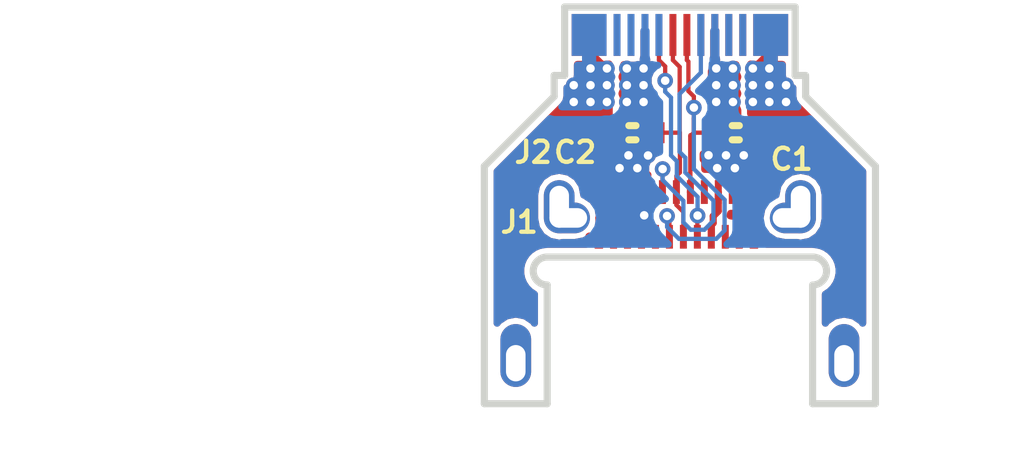
<source format=kicad_pcb>
(kicad_pcb (version 4) (host pcbnew "(2015-06-14 BZR 5747, Git dc9ebf3)-product")

  (general
    (links 24)
    (no_connects 2)
    (area 51.500001 75.8026 92.5 98.2)
    (thickness 1.6)
    (drawings 23)
    (tracks 178)
    (zones 0)
    (modules 4)
    (nets 27)
  )

  (page USLetter)
  (title_block
    (title "USB Power Armor Type-C")
    (date 2015-07-09)
    (rev 2)
    (company "Reclaimer Labs, LLC")
  )

  (layers
    (0 F.Cu signal)
    (31 B.Cu signal)
    (32 B.Adhes user)
    (33 F.Adhes user)
    (34 B.Paste user)
    (35 F.Paste user)
    (36 B.SilkS user)
    (37 F.SilkS user)
    (38 B.Mask user)
    (39 F.Mask user)
    (40 Dwgs.User user)
    (41 Cmts.User user)
    (42 Eco1.User user)
    (43 Eco2.User user)
    (44 Edge.Cuts user)
    (45 Margin user)
    (46 B.CrtYd user)
    (47 F.CrtYd user)
    (48 B.Fab user)
    (49 F.Fab user hide)
  )

  (setup
    (last_trace_width 0.1524)
    (trace_clearance 0.1524)
    (zone_clearance 0.2032)
    (zone_45_only no)
    (trace_min 0.1524)
    (segment_width 0.2)
    (edge_width 0.254)
    (via_size 0.5588)
    (via_drill 0.3048)
    (via_min_size 0.5588)
    (via_min_drill 0.3048)
    (uvia_size 0.3)
    (uvia_drill 0.1)
    (uvias_allowed no)
    (uvia_min_size 0.2)
    (uvia_min_drill 0.1)
    (pcb_text_width 0.3)
    (pcb_text_size 1.5 1.5)
    (mod_edge_width 0.15)
    (mod_text_size 1 1)
    (mod_text_width 0.15)
    (pad_size 1.25 1.5)
    (pad_drill 0)
    (pad_to_mask_clearance 0.0508)
    (pad_to_paste_clearance -0.0508)
    (aux_axis_origin 0 0)
    (visible_elements 7FFEFFFF)
    (pcbplotparams
      (layerselection 0x011ec_80000001)
      (usegerberextensions true)
      (gerberprecision 5)
      (excludeedgelayer true)
      (linewidth 0.254000)
      (plotframeref false)
      (viasonmask false)
      (mode 1)
      (useauxorigin false)
      (hpglpennumber 1)
      (hpglpenspeed 20)
      (hpglpendiameter 15)
      (hpglpenoverlay 2)
      (psnegative false)
      (psa4output false)
      (plotreference true)
      (plotvalue false)
      (plotinvisibletext false)
      (padsonsilk false)
      (subtractmaskfromsilk true)
      (outputformat 1)
      (mirror false)
      (drillshape 0)
      (scaleselection 1)
      (outputdirectory gerber/))
  )

  (net 0 "")
  (net 1 /DN)
  (net 2 GND)
  (net 3 /DP)
  (net 4 "Net-(J1-PadA2)")
  (net 5 "Net-(J1-PadA3)")
  (net 6 /Vbus)
  (net 7 /CC1)
  (net 8 "Net-(J1-PadA8)")
  (net 9 "Net-(J1-PadA10)")
  (net 10 "Net-(J1-PadA11)")
  (net 11 "Net-(J1-PadB2)")
  (net 12 "Net-(J1-PadB3)")
  (net 13 /CC2)
  (net 14 "Net-(J1-PadB8)")
  (net 15 "Net-(J1-PadB10)")
  (net 16 "Net-(J1-PadB11)")
  (net 17 "Net-(J2-PadA2)")
  (net 18 "Net-(J2-PadA3)")
  (net 19 "Net-(J2-PadA8)")
  (net 20 "Net-(J2-PadA10)")
  (net 21 "Net-(J2-PadA11)")
  (net 22 "Net-(J2-PadB2)")
  (net 23 "Net-(J2-PadB3)")
  (net 24 "Net-(J2-PadB8)")
  (net 25 "Net-(J2-PadB10)")
  (net 26 "Net-(J2-PadB11)")

  (net_class Default "This is the default net class."
    (clearance 0.1524)
    (trace_width 0.1524)
    (via_dia 0.5588)
    (via_drill 0.3048)
    (uvia_dia 0.3)
    (uvia_drill 0.1)
    (add_net /CC1)
    (add_net /CC2)
    (add_net /DN)
    (add_net /DP)
    (add_net /Vbus)
    (add_net GND)
    (add_net "Net-(J1-PadA10)")
    (add_net "Net-(J1-PadA11)")
    (add_net "Net-(J1-PadA2)")
    (add_net "Net-(J1-PadA3)")
    (add_net "Net-(J1-PadA8)")
    (add_net "Net-(J1-PadB10)")
    (add_net "Net-(J1-PadB11)")
    (add_net "Net-(J1-PadB2)")
    (add_net "Net-(J1-PadB3)")
    (add_net "Net-(J1-PadB8)")
    (add_net "Net-(J2-PadA10)")
    (add_net "Net-(J2-PadA11)")
    (add_net "Net-(J2-PadA2)")
    (add_net "Net-(J2-PadA3)")
    (add_net "Net-(J2-PadA8)")
    (add_net "Net-(J2-PadB10)")
    (add_net "Net-(J2-PadB11)")
    (add_net "Net-(J2-PadB2)")
    (add_net "Net-(J2-PadB3)")
    (add_net "Net-(J2-PadB8)")
  )

  (module Jason_Libraries:USB-C_Plug_Mid_Mount (layer F.Cu) (tedit 559E347B) (tstamp 557E8108)
    (at 76.2 79.78)
    (path /555D7820)
    (fp_text reference J2 (at -5.25 5.2) (layer F.SilkS)
      (effects (font (size 0.762 0.762) (thickness 0.1524)))
    )
    (fp_text value USB-C_Plug (at 0.35 -2.9) (layer F.Fab)
      (effects (font (size 1 1) (thickness 0.15)))
    )
    (fp_line (start -4.5 2.1) (end -4.5 4.5) (layer Dwgs.User) (width 0.254))
    (fp_line (start -4.125 2.1) (end -4.5 2.1) (layer Dwgs.User) (width 0.254))
    (fp_line (start 4.125 2.1) (end 4.5 2.1) (layer Dwgs.User) (width 0.254))
    (fp_line (start 4.5 2.1) (end 4.5 4.5) (layer Dwgs.User) (width 0.254))
    (fp_line (start 4.125 0) (end 4.125 2.1) (layer Dwgs.User) (width 0.254))
    (fp_line (start -4.125 0) (end -4.125 2.1) (layer Dwgs.User) (width 0.254))
    (fp_line (start -4.125 0) (end 4.125 0) (layer Dwgs.User) (width 0.254))
    (pad A2 smd rect (at -2.25 1) (size 0.25 1.5) (layers F.Cu F.Paste F.Mask)
      (net 17 "Net-(J2-PadA2)"))
    (pad A3 smd rect (at -1.75 1) (size 0.25 1.5) (layers F.Cu F.Paste F.Mask)
      (net 18 "Net-(J2-PadA3)"))
    (pad A4 smd rect (at -1.25 1) (size 0.25 1.5) (layers F.Cu F.Paste F.Mask)
      (net 6 /Vbus))
    (pad A5 smd rect (at -0.75 1) (size 0.25 1.5) (layers F.Cu F.Paste F.Mask)
      (net 13 /CC2))
    (pad A6 smd rect (at -0.25 1) (size 0.25 1.5) (layers F.Cu F.Paste F.Mask)
      (net 3 /DP))
    (pad A7 smd rect (at 0.25 1) (size 0.25 1.5) (layers F.Cu F.Paste F.Mask)
      (net 1 /DN))
    (pad A8 smd rect (at 0.75 1) (size 0.25 1.5) (layers F.Cu F.Paste F.Mask)
      (net 19 "Net-(J2-PadA8)"))
    (pad A9 smd rect (at 1.25 1) (size 0.25 1.5) (layers F.Cu F.Paste F.Mask)
      (net 6 /Vbus))
    (pad A10 smd rect (at 1.75 1) (size 0.25 1.5) (layers F.Cu F.Paste F.Mask)
      (net 20 "Net-(J2-PadA10)"))
    (pad A11 smd rect (at 2.25 1) (size 0.25 1.5) (layers F.Cu F.Paste F.Mask)
      (net 21 "Net-(J2-PadA11)"))
    (pad B2 smd rect (at 2.25 1) (size 0.25 1.5) (layers B.Cu B.Paste B.Mask)
      (net 22 "Net-(J2-PadB2)"))
    (pad B3 smd rect (at 1.75 1) (size 0.25 1.5) (layers B.Cu B.Paste B.Mask)
      (net 23 "Net-(J2-PadB3)"))
    (pad B4 smd rect (at 1.25 1) (size 0.25 1.5) (layers B.Cu B.Paste B.Mask)
      (net 6 /Vbus))
    (pad B5 smd rect (at 0.75 1) (size 0.25 1.5) (layers B.Cu B.Paste B.Mask)
      (net 7 /CC1))
    (pad B8 smd rect (at -0.75 1) (size 0.25 1.5) (layers B.Cu B.Paste B.Mask)
      (net 24 "Net-(J2-PadB8)"))
    (pad B9 smd rect (at -1.25 1) (size 0.25 1.5) (layers B.Cu B.Paste B.Mask)
      (net 6 /Vbus))
    (pad B10 smd rect (at -1.75 1) (size 0.25 1.5) (layers B.Cu B.Paste B.Mask)
      (net 25 "Net-(J2-PadB10)"))
    (pad B11 smd rect (at -2.25 1) (size 0.25 1.5) (layers B.Cu B.Paste B.Mask)
      (net 26 "Net-(J2-PadB11)"))
    (pad B1 smd rect (at 3.25 1) (size 1.25 1.5) (layers B.Cu B.Paste B.Mask)
      (net 2 GND) (solder_paste_margin -0.254))
    (pad B12 smd rect (at -3.25 1) (size 1.25 1.5) (layers B.Cu B.Paste B.Mask)
      (net 2 GND) (solder_paste_margin -0.254))
    (pad A12 smd rect (at 3.25 1) (size 1.25 1.5) (layers F.Cu F.Paste F.Mask)
      (net 2 GND) (solder_paste_margin -0.254))
    (pad A1 smd rect (at -3.25 1) (size 1.25 1.5) (layers F.Cu F.Paste F.Mask)
      (net 2 GND) (solder_paste_margin -0.254))
  )

  (module Jason_Libraries:USB-C_Female_Mid_Mount_Dual_SMT_RA (layer F.Cu) (tedit 559E232A) (tstamp 557E80E7)
    (at 76.2 86.93)
    (path /555D7759)
    (fp_text reference J1 (at -5.75 0.55) (layer F.SilkS)
      (effects (font (size 0.762 0.762) (thickness 0.1524)))
    )
    (fp_text value USB-C_Female (at 0 8.85) (layer F.Fab)
      (effects (font (size 1.016 1.016) (thickness 0.254)))
    )
    (fp_line (start -4.75 7.05) (end -6 7.05) (layer F.Fab) (width 0.254))
    (fp_line (start 4.75 7.05) (end 6 7.05) (layer F.Fab) (width 0.254))
    (fp_line (start 4.75 2.8) (end 4.75 7.05) (layer F.Fab) (width 0.254))
    (fp_line (start -4.75 2.8) (end -4.75 7.05) (layer F.Fab) (width 0.254))
    (fp_arc (start -4.75 2.3) (end -4.75 1.8) (angle -180) (layer F.Fab) (width 0.254))
    (fp_arc (start 4.75 2.3) (end 4.75 1.8) (angle 180) (layer F.Fab) (width 0.254))
    (fp_line (start -4.75 1.8) (end 4.75 1.8) (layer F.Fab) (width 0.254))
    (pad NC4 thru_hole oval (at -4.32 0) (size 1.1 1.9) (drill oval 0.7 1.5) (layers *.Cu *.Mask))
    (pad NC2 thru_hole oval (at 5.875 5.6) (size 1.1 2.25) (drill oval 0.7 1.3 (offset 0 -0.275)) (layers *.Cu *.Mask))
    (pad A1 smd rect (at -2.625 -0.525) (size 0.3 0.85) (layers F.Cu F.Paste F.Mask)
      (net 2 GND))
    (pad A2 smd rect (at -2.125 -0.525) (size 0.25 0.85) (layers F.Cu F.Paste F.Mask)
      (net 4 "Net-(J1-PadA2)"))
    (pad A3 smd rect (at -1.625 -0.525) (size 0.25 0.85) (layers F.Cu F.Paste F.Mask)
      (net 5 "Net-(J1-PadA3)"))
    (pad A4 smd rect (at -1.125 -0.525) (size 0.25 0.85) (layers F.Cu F.Paste F.Mask)
      (net 6 /Vbus))
    (pad A5 smd rect (at -0.625 -0.525) (size 0.25 0.85) (layers F.Cu F.Paste F.Mask)
      (net 7 /CC1))
    (pad A6 smd rect (at -0.125 -0.525) (size 0.25 0.85) (layers F.Cu F.Paste F.Mask)
      (net 3 /DP))
    (pad A7 smd rect (at 0.375 -0.525) (size 0.25 0.85) (layers F.Cu F.Paste F.Mask)
      (net 1 /DN))
    (pad A8 smd rect (at 0.875 -0.525) (size 0.25 0.85) (layers F.Cu F.Paste F.Mask)
      (net 8 "Net-(J1-PadA8)"))
    (pad A9 smd rect (at 1.375 -0.525) (size 0.25 0.85) (layers F.Cu F.Paste F.Mask)
      (net 6 /Vbus))
    (pad A10 smd rect (at 1.875 -0.525) (size 0.25 0.85) (layers F.Cu F.Paste F.Mask)
      (net 9 "Net-(J1-PadA10)"))
    (pad A11 smd rect (at 2.375 -0.525) (size 0.25 0.85) (layers F.Cu F.Paste F.Mask)
      (net 10 "Net-(J1-PadA11)"))
    (pad A12 smd rect (at 2.9 -0.525) (size 0.3 0.85) (layers F.Cu F.Paste F.Mask)
      (net 2 GND))
    (pad B1 smd rect (at 2.65 1.075) (size 0.3 0.85) (layers F.Cu F.Paste F.Mask)
      (net 2 GND))
    (pad B2 smd rect (at 2.125 1.075) (size 0.25 0.85) (layers F.Cu F.Paste F.Mask)
      (net 11 "Net-(J1-PadB2)"))
    (pad B3 smd rect (at 1.625 1.075) (size 0.25 0.85) (layers F.Cu F.Paste F.Mask)
      (net 12 "Net-(J1-PadB3)"))
    (pad B4 smd rect (at 1.125 1.075) (size 0.25 0.85) (layers F.Cu F.Paste F.Mask)
      (net 6 /Vbus))
    (pad B5 smd rect (at 0.625 1.075) (size 0.25 0.85) (layers F.Cu F.Paste F.Mask)
      (net 13 /CC2))
    (pad B6 smd rect (at 0.125 1.075) (size 0.25 0.85) (layers F.Cu F.Paste F.Mask)
      (net 3 /DP))
    (pad B7 smd rect (at -0.375 1.075) (size 0.25 0.85) (layers F.Cu F.Paste F.Mask)
      (net 1 /DN))
    (pad B8 smd rect (at -0.875 1.075) (size 0.25 0.85) (layers F.Cu F.Paste F.Mask)
      (net 14 "Net-(J1-PadB8)"))
    (pad B9 smd rect (at -1.375 1.075) (size 0.25 0.85) (layers F.Cu F.Paste F.Mask)
      (net 6 /Vbus))
    (pad B10 smd rect (at -1.875 1.075) (size 0.25 0.85) (layers F.Cu F.Paste F.Mask)
      (net 15 "Net-(J1-PadB10)"))
    (pad B11 smd rect (at -2.375 1.075) (size 0.25 0.85) (layers F.Cu F.Paste F.Mask)
      (net 16 "Net-(J1-PadB11)"))
    (pad B12 smd rect (at -2.9 1.075) (size 0.3 0.85) (layers F.Cu F.Paste F.Mask)
      (net 2 GND))
    (pad NC1 thru_hole oval (at -5.875 5.6) (size 1.1 2.25) (drill oval 0.7 1.3 (offset 0 -0.275)) (layers *.Cu *.Mask))
    (pad NC3 thru_hole oval (at 4.32 0) (size 1.1 1.9) (drill oval 0.7 1.5) (layers *.Cu *.Mask))
    (pad NC4 thru_hole oval (at -3.995 0.4) (size 1.55 1.1) (drill oval 1.35 0.7) (layers *.Cu *.Mask))
    (pad NC3 thru_hole oval (at 3.995 0.4) (size 1.55 1.1) (drill oval 1.35 0.7) (layers *.Cu *.Mask))
  )

  (module Jason_Libraries:0603_np (layer F.Cu) (tedit 55924E65) (tstamp 557E80B8)
    (at 78.2 84.28)
    (descr "Capacitor SMD 0603, reflow soldering, AVX (see smccp.pdf)")
    (tags "capacitor 0603")
    (path /555EE35B)
    (solder_paste_margin -0.127)
    (attr smd)
    (fp_text reference C1 (at 2 0.95) (layer F.SilkS)
      (effects (font (size 0.762 0.762) (thickness 0.1524)))
    )
    (fp_text value "0.1 uF" (at 0 1.9) (layer F.Fab)
      (effects (font (size 1 1) (thickness 0.15)))
    )
    (fp_line (start -0.127 0.254) (end 0.127 0.254) (layer F.SilkS) (width 0.254))
    (fp_line (start -0.127 -0.254) (end 0.127 -0.254) (layer F.SilkS) (width 0.254))
    (pad 1 smd rect (at -0.75 0) (size 0.8 0.75) (layers F.Cu F.Paste F.Mask)
      (net 1 /DN))
    (pad 2 smd rect (at 0.75 0) (size 0.8 0.75) (layers F.Cu F.Paste F.Mask)
      (net 2 GND))
    (model Capacitors_SMD.3dshapes/C_0603.wrl
      (at (xyz 0 0 0))
      (scale (xyz 1 1 1))
      (rotate (xyz 0 0 0))
    )
  )

  (module Jason_Libraries:0603_np (layer F.Cu) (tedit 55924E6C) (tstamp 557E80C0)
    (at 74.5 84.28 180)
    (descr "Capacitor SMD 0603, reflow soldering, AVX (see smccp.pdf)")
    (tags "capacitor 0603")
    (path /555EE3CD)
    (solder_paste_margin -0.127)
    (attr smd)
    (fp_text reference C2 (at 2.05 -0.7 180) (layer F.SilkS)
      (effects (font (size 0.762 0.762) (thickness 0.1524)))
    )
    (fp_text value "0.1 uF" (at 0 1.9 180) (layer F.Fab)
      (effects (font (size 1 1) (thickness 0.15)))
    )
    (fp_line (start -0.127 0.254) (end 0.127 0.254) (layer F.SilkS) (width 0.254))
    (fp_line (start -0.127 -0.254) (end 0.127 -0.254) (layer F.SilkS) (width 0.254))
    (pad 1 smd rect (at -0.75 0 180) (size 0.8 0.75) (layers F.Cu F.Paste F.Mask)
      (net 3 /DP))
    (pad 2 smd rect (at 0.75 0 180) (size 0.8 0.75) (layers F.Cu F.Paste F.Mask)
      (net 2 GND))
    (model Capacitors_SMD.3dshapes/C_0603.wrl
      (at (xyz 0 0 0))
      (scale (xyz 1 1 1))
      (rotate (xyz 0 0 0))
    )
  )

  (dimension 11 (width 0.3) (layer Dwgs.User)
    (gr_text "11.000 mm" (at 58.15 88.5 90) (layer Dwgs.User)
      (effects (font (size 1.5 1.5) (thickness 0.3)))
    )
    (feature1 (pts (xy 68.75 83) (xy 56.8 83)))
    (feature2 (pts (xy 68.75 94) (xy 56.8 94)))
    (crossbar (pts (xy 59.5 94) (xy 59.5 83)))
    (arrow1a (pts (xy 59.5 83) (xy 60.086421 84.126504)))
    (arrow1b (pts (xy 59.5 83) (xy 58.913579 84.126504)))
    (arrow2a (pts (xy 59.5 94) (xy 60.086421 92.873496)))
    (arrow2b (pts (xy 59.5 94) (xy 58.913579 92.873496)))
  )
  (dimension 8.5 (width 0.3) (layer Dwgs.User)
    (gr_text "8.500 mm" (at 62.15 89.75 90) (layer Dwgs.User)
      (effects (font (size 1.5 1.5) (thickness 0.3)))
    )
    (feature1 (pts (xy 68.75 85.5) (xy 60.8 85.5)))
    (feature2 (pts (xy 68.75 94) (xy 60.8 94)))
    (crossbar (pts (xy 63.5 94) (xy 63.5 85.5)))
    (arrow1a (pts (xy 63.5 85.5) (xy 64.086421 86.626504)))
    (arrow1b (pts (xy 63.5 85.5) (xy 62.913579 86.626504)))
    (arrow2a (pts (xy 63.5 94) (xy 64.086421 92.873496)))
    (arrow2b (pts (xy 63.5 94) (xy 62.913579 92.873496)))
  )
  (dimension 5.25 (width 0.3) (layer Dwgs.User)
    (gr_text "5.250 mm" (at 66.4 91.375 90) (layer Dwgs.User) (tstamp 55E55908)
      (effects (font (size 1.5 1.5) (thickness 0.3)))
    )
    (feature1 (pts (xy 68.75 88.75) (xy 65.05 88.75)))
    (feature2 (pts (xy 68.75 94) (xy 65.05 94)))
    (crossbar (pts (xy 67.75 94) (xy 67.75 88.75)))
    (arrow1a (pts (xy 67.75 88.75) (xy 68.336421 89.876504)))
    (arrow1b (pts (xy 67.75 88.75) (xy 67.163579 89.876504)))
    (arrow2a (pts (xy 67.75 94) (xy 68.336421 92.873496)))
    (arrow2b (pts (xy 67.75 94) (xy 67.163579 92.873496)))
  )
  (dimension 14 (width 0.3) (layer Dwgs.User)
    (gr_text "14.000 mm" (at 76.25 96.849999) (layer Dwgs.User)
      (effects (font (size 1.5 1.5) (thickness 0.3)))
    )
    (feature1 (pts (xy 83.25 94.25) (xy 83.25 98.199999)))
    (feature2 (pts (xy 69.25 94.25) (xy 69.25 98.199999)))
    (crossbar (pts (xy 69.25 95.499999) (xy 83.25 95.499999)))
    (arrow1a (pts (xy 83.25 95.499999) (xy 82.123496 96.08642)))
    (arrow1b (pts (xy 83.25 95.499999) (xy 82.123496 94.913578)))
    (arrow2a (pts (xy 69.25 95.499999) (xy 70.376504 96.08642)))
    (arrow2b (pts (xy 69.25 95.499999) (xy 70.376504 94.913578)))
  )
  (dimension 14.25 (width 0.3) (layer Dwgs.User)
    (gr_text "14.250 mm" (at 85.85 86.875 90) (layer Dwgs.User)
      (effects (font (size 1.5 1.5) (thickness 0.3)))
    )
    (feature1 (pts (xy 83.75 79.75) (xy 87.2 79.75)))
    (feature2 (pts (xy 83.75 94) (xy 87.2 94)))
    (crossbar (pts (xy 84.5 94) (xy 84.5 79.75)))
    (arrow1a (pts (xy 84.5 79.75) (xy 85.086421 80.876504)))
    (arrow1b (pts (xy 84.5 79.75) (xy 83.913579 80.876504)))
    (arrow2a (pts (xy 84.5 94) (xy 85.086421 92.873496)))
    (arrow2b (pts (xy 84.5 94) (xy 83.913579 92.873496)))
  )
  (gr_line (start 71.7 82.23) (end 71.7 82.98) (layer Edge.Cuts) (width 0.254))
  (gr_line (start 72.075 82.23) (end 71.7 82.23) (layer Edge.Cuts) (width 0.254))
  (gr_line (start 80.7 82.23) (end 80.325 82.23) (layer Edge.Cuts) (width 0.254))
  (gr_line (start 80.7 82.98) (end 80.7 82.28) (layer Edge.Cuts) (width 0.254))
  (gr_arc (start 71.45 89.23) (end 71.45 88.73) (angle -180) (layer Edge.Cuts) (width 0.254))
  (gr_arc (start 80.95 89.23) (end 80.95 88.73) (angle 168.6) (layer Edge.Cuts) (width 0.254))
  (gr_line (start 69.2 93.98) (end 71.45 93.98) (layer Edge.Cuts) (width 0.254))
  (gr_line (start 69.2 85.48) (end 69.2 93.98) (layer Edge.Cuts) (width 0.254))
  (gr_line (start 71.7 82.98) (end 69.2 85.48) (layer Edge.Cuts) (width 0.254))
  (gr_line (start 72.075 79.78) (end 72.075 82.23) (layer Edge.Cuts) (width 0.254))
  (gr_line (start 80.325 79.78) (end 72.075 79.78) (layer Edge.Cuts) (width 0.254))
  (gr_line (start 80.325 82.23) (end 80.325 79.78) (layer Edge.Cuts) (width 0.254))
  (gr_line (start 83.2 85.48) (end 80.7 82.98) (layer Edge.Cuts) (width 0.254))
  (gr_line (start 83.2 93.98) (end 83.2 85.48) (layer Edge.Cuts) (width 0.254))
  (gr_line (start 80.95 93.98) (end 83.2 93.98) (layer Edge.Cuts) (width 0.254))
  (gr_line (start 80.95 89.73) (end 80.95 93.98) (layer Edge.Cuts) (width 0.254))
  (gr_line (start 71.45 88.73) (end 80.95 88.73) (layer Edge.Cuts) (width 0.254))
  (gr_line (start 71.45 93.98) (end 71.45 89.73) (layer Edge.Cuts) (width 0.254))

  (segment (start 75.825 88.005) (end 75.825 87.343919) (width 0.1524) (layer F.Cu) (net 1))
  (segment (start 75.825 87.343919) (end 75.740938 87.259857) (width 0.1524) (layer F.Cu) (net 1))
  (via (at 75.740938 87.259857) (size 0.5588) (drill 0.3048) (layers F.Cu B.Cu) (net 1))
  (segment (start 76.581 86.399) (end 76.575 86.405) (width 0.254) (layer F.Cu) (net 1))
  (segment (start 76.575 86.405) (end 76.575 84.368561) (width 0.1524) (layer F.Cu) (net 1))
  (segment (start 75.740938 87.654988) (end 76.16595 88.08) (width 0.1524) (layer B.Cu) (net 1))
  (segment (start 75.740938 87.259857) (end 75.740938 87.654988) (width 0.1524) (layer B.Cu) (net 1))
  (segment (start 76.16595 88.08) (end 77.5 88.08) (width 0.1524) (layer B.Cu) (net 1))
  (segment (start 77.5 88.08) (end 77.8 87.78) (width 0.1524) (layer B.Cu) (net 1))
  (segment (start 77.8 87.78) (end 77.8 86.68) (width 0.1524) (layer B.Cu) (net 1))
  (segment (start 77.8 86.68) (end 76.7 85.58) (width 0.1524) (layer B.Cu) (net 1))
  (via (at 76.7 83.38) (size 0.5588) (drill 0.3048) (layers F.Cu B.Cu) (net 1))
  (segment (start 76.7 85.58) (end 76.7 83.38) (width 0.1524) (layer B.Cu) (net 1))
  (segment (start 76.695137 83.779994) (end 76.695137 84.28) (width 0.1524) (layer F.Cu) (net 1))
  (segment (start 76.7 83.775131) (end 76.695137 83.779994) (width 0.1524) (layer F.Cu) (net 1))
  (segment (start 76.7 83.38) (end 76.7 83.775131) (width 0.1524) (layer F.Cu) (net 1))
  (segment (start 77.45 84.28) (end 76.695137 84.28) (width 0.1524) (layer F.Cu) (net 1))
  (segment (start 76.575 84.400137) (end 76.695137 84.28) (width 0.1524) (layer F.Cu) (net 1))
  (segment (start 76.575 86.405) (end 76.575 84.400137) (width 0.1524) (layer F.Cu) (net 1))
  (segment (start 76.50481 81.73721) (end 76.45 81.6824) (width 0.1524) (layer F.Cu) (net 1))
  (segment (start 76.50481 82.789679) (end 76.50481 81.73721) (width 0.1524) (layer F.Cu) (net 1))
  (segment (start 76.45 81.6824) (end 76.45 80.78) (width 0.1524) (layer F.Cu) (net 1))
  (segment (start 76.7 82.984869) (end 76.50481 82.789679) (width 0.1524) (layer F.Cu) (net 1))
  (segment (start 76.7 83.38) (end 76.7 82.984869) (width 0.1524) (layer F.Cu) (net 1))
  (segment (start 73.3 88.005) (end 72.963883 88.005) (width 0.3048) (layer F.Cu) (net 2))
  (segment (start 73.575 86.405) (end 73.575 87.084) (width 0.254) (layer F.Cu) (net 2))
  (segment (start 73.575 87.084) (end 73.542 87.084) (width 0.254) (layer F.Cu) (net 2))
  (segment (start 73.542 87.084) (end 73.3 87.326) (width 0.254) (layer F.Cu) (net 2))
  (segment (start 73.3 87.326) (end 73.3 88.005) (width 0.254) (layer F.Cu) (net 2))
  (segment (start 79.096 87.08) (end 79.096 86.409) (width 0.254) (layer F.Cu) (net 2))
  (segment (start 79.096 86.409) (end 79.1 86.405) (width 0.254) (layer F.Cu) (net 2))
  (segment (start 78.85 88.005) (end 78.85 87.326) (width 0.254) (layer F.Cu) (net 2))
  (segment (start 78.85 87.326) (end 79.096 87.08) (width 0.254) (layer F.Cu) (net 2))
  (segment (start 79.1 85.62236) (end 79.1 86.405) (width 0.254) (layer F.Cu) (net 2))
  (segment (start 79.044801 85.567161) (end 79.1 85.62236) (width 0.254) (layer F.Cu) (net 2))
  (segment (start 79.044801 84.374801) (end 79.044801 85.567161) (width 0.254) (layer F.Cu) (net 2))
  (segment (start 78.95 84.28) (end 79.044801 84.374801) (width 0.254) (layer F.Cu) (net 2))
  (segment (start 73.482199 85.176801) (end 73.482199 85.778831) (width 0.254) (layer F.Cu) (net 2))
  (segment (start 73.75 84.909) (end 73.482199 85.176801) (width 0.254) (layer F.Cu) (net 2))
  (segment (start 73.75 84.28) (end 73.75 84.909) (width 0.254) (layer F.Cu) (net 2))
  (segment (start 73.575 85.871632) (end 73.482199 85.778831) (width 0.254) (layer F.Cu) (net 2))
  (segment (start 73.575 86.405) (end 73.575 85.871632) (width 0.254) (layer F.Cu) (net 2))
  (via (at 78.811203 81.98) (size 0.5588) (drill 0.3048) (layers F.Cu B.Cu) (net 2))
  (segment (start 79.45 81.341203) (end 78.811203 81.98) (width 0.2032) (layer F.Cu) (net 2))
  (segment (start 79.45 80.78) (end 79.45 81.341203) (width 0.2032) (layer F.Cu) (net 2))
  (via (at 78.811203 82.58) (size 0.5588) (drill 0.3048) (layers F.Cu B.Cu) (net 2))
  (segment (start 78.811203 81.98) (end 78.811203 82.58) (width 0.2032) (layer B.Cu) (net 2))
  (via (at 78.811203 83.18) (size 0.5588) (drill 0.3048) (layers F.Cu B.Cu) (net 2))
  (segment (start 78.811203 82.58) (end 78.811203 83.18) (width 0.2032) (layer F.Cu) (net 2))
  (via (at 79.4 83.18) (size 0.5588) (drill 0.3048) (layers F.Cu B.Cu) (net 2))
  (segment (start 78.811203 83.18) (end 79.4 83.18) (width 0.2032) (layer B.Cu) (net 2))
  (via (at 79.4 82.58) (size 0.5588) (drill 0.3048) (layers F.Cu B.Cu) (net 2))
  (segment (start 79.4 83.18) (end 79.4 82.58) (width 0.2032) (layer F.Cu) (net 2))
  (via (at 79.4 81.98) (size 0.5588) (drill 0.3048) (layers F.Cu B.Cu) (net 2))
  (segment (start 79.4 82.58) (end 79.4 81.98) (width 0.2032) (layer B.Cu) (net 2))
  (via (at 80 82.58) (size 0.5588) (drill 0.3048) (layers F.Cu B.Cu) (net 2))
  (segment (start 79.4 81.98) (end 80 82.58) (width 0.2032) (layer F.Cu) (net 2))
  (via (at 80 83.18) (size 0.5588) (drill 0.3048) (layers F.Cu B.Cu) (net 2))
  (segment (start 80 82.58) (end 80 83.18) (width 0.2032) (layer B.Cu) (net 2))
  (via (at 73.588797 81.98) (size 0.5588) (drill 0.3048) (layers F.Cu B.Cu) (net 2))
  (segment (start 72.95 81.341203) (end 73.588797 81.98) (width 0.2032) (layer F.Cu) (net 2))
  (segment (start 72.95 80.78) (end 72.95 81.341203) (width 0.2032) (layer F.Cu) (net 2))
  (via (at 73.588797 82.58) (size 0.5588) (drill 0.3048) (layers F.Cu B.Cu) (net 2))
  (segment (start 73.588797 81.98) (end 73.588797 82.58) (width 0.2032) (layer B.Cu) (net 2))
  (via (at 73 83.18) (size 0.5588) (drill 0.3048) (layers F.Cu B.Cu) (net 2))
  (segment (start 73.588797 83.18) (end 73 83.18) (width 0.2032) (layer B.Cu) (net 2))
  (via (at 72.4 83.18) (size 0.5588) (drill 0.3048) (layers F.Cu B.Cu) (net 2))
  (segment (start 73 83.18) (end 72.4 83.18) (width 0.2032) (layer F.Cu) (net 2))
  (via (at 72.4 82.58) (size 0.5588) (drill 0.3048) (layers F.Cu B.Cu) (net 2))
  (segment (start 72.4 83.18) (end 72.4 82.58) (width 0.2032) (layer B.Cu) (net 2))
  (via (at 73 82.58) (size 0.5588) (drill 0.3048) (layers F.Cu B.Cu) (net 2))
  (segment (start 72.4 82.58) (end 73 82.58) (width 0.2032) (layer F.Cu) (net 2))
  (via (at 73 81.98) (size 0.5588) (drill 0.3048) (layers F.Cu B.Cu) (net 2))
  (segment (start 73 82.58) (end 73 81.98) (width 0.2032) (layer B.Cu) (net 2))
  (via (at 73.588797 83.18) (size 0.5588) (drill 0.3048) (layers F.Cu B.Cu) (net 2))
  (segment (start 73.588797 82.58) (end 73.588797 83.18) (width 0.1524) (layer F.Cu) (net 2))
  (segment (start 76.325 88.005) (end 76.325 87.116482) (width 0.1524) (layer F.Cu) (net 3))
  (segment (start 76.325 87.116482) (end 76.075 86.866482) (width 0.1524) (layer F.Cu) (net 3))
  (segment (start 76.075 86.866482) (end 76.075 86.405) (width 0.1524) (layer F.Cu) (net 3))
  (segment (start 76.2 84.28) (end 75.25 84.28) (width 0.1524) (layer F.Cu) (net 3))
  (segment (start 76.2 84.28) (end 76.2 85.7026) (width 0.1524) (layer F.Cu) (net 3))
  (segment (start 76.075 85.8276) (end 76.075 86.405) (width 0.1524) (layer F.Cu) (net 3))
  (segment (start 76.2 85.7026) (end 76.075 85.8276) (width 0.1524) (layer F.Cu) (net 3))
  (segment (start 75.95 80.78) (end 75.95 81.6824) (width 0.1524) (layer F.Cu) (net 3))
  (segment (start 75.95 81.6824) (end 76.191999 81.924399) (width 0.1524) (layer F.Cu) (net 3))
  (segment (start 76.191999 81.924399) (end 76.191999 84.271999) (width 0.1524) (layer F.Cu) (net 3))
  (segment (start 76.191999 84.271999) (end 76.2 84.28) (width 0.1524) (layer F.Cu) (net 3))
  (segment (start 75.075 87.084) (end 74.921765 87.237235) (width 0.254) (layer F.Cu) (net 6))
  (segment (start 74.825 88.005) (end 74.825 87.334) (width 0.254) (layer F.Cu) (net 6))
  (segment (start 74.825 87.334) (end 74.921765 87.237235) (width 0.254) (layer F.Cu) (net 6))
  (via (at 74.921765 87.237235) (size 0.5588) (drill 0.3048) (layers F.Cu B.Cu) (net 6))
  (segment (start 75.075 86.405) (end 75.075 87.084) (width 0.254) (layer F.Cu) (net 6))
  (segment (start 77.391803 87.513874) (end 77.391803 87.267197) (width 0.254) (layer F.Cu) (net 6))
  (segment (start 77.391803 87.267197) (end 77.575 87.084) (width 0.254) (layer F.Cu) (net 6))
  (segment (start 77.575 87.084) (end 77.575 86.405) (width 0.254) (layer F.Cu) (net 6))
  (segment (start 77.325 88.005) (end 77.325 87.580677) (width 0.254) (layer F.Cu) (net 6))
  (segment (start 77.325 87.580677) (end 77.391803 87.513874) (width 0.254) (layer F.Cu) (net 6))
  (via (at 77.851 85.09) (size 0.5588) (drill 0.3048) (layers F.Cu B.Cu) (net 6))
  (via (at 78.486 85.09) (size 0.5588) (drill 0.3048) (layers F.Cu B.Cu) (net 6))
  (segment (start 77.851 85.09) (end 78.486 85.09) (width 0.2032) (layer F.Cu) (net 6))
  (via (at 78.1685 85.548198) (size 0.5588) (drill 0.3048) (layers F.Cu B.Cu) (net 6))
  (segment (start 78.486 85.230698) (end 78.1685 85.548198) (width 0.2032) (layer B.Cu) (net 6))
  (segment (start 78.486 85.09) (end 78.486 85.230698) (width 0.2032) (layer B.Cu) (net 6))
  (via (at 77.5335 85.548198) (size 0.5588) (drill 0.3048) (layers F.Cu B.Cu) (net 6))
  (segment (start 78.1685 85.548198) (end 77.5335 85.548198) (width 0.2032) (layer F.Cu) (net 6))
  (via (at 74.3585 85.09) (size 0.5588) (drill 0.3048) (layers F.Cu B.Cu) (net 6))
  (segment (start 74.3617 85.0868) (end 74.3585 85.09) (width 0.2032) (layer B.Cu) (net 6))
  (segment (start 74.972366 85.0868) (end 74.3617 85.0868) (width 0.2032) (layer B.Cu) (net 6))
  (via (at 74.041 85.548198) (size 0.5588) (drill 0.3048) (layers F.Cu B.Cu) (net 6))
  (via (at 74.676 85.548198) (size 0.5588) (drill 0.3048) (layers F.Cu B.Cu) (net 6))
  (segment (start 74.041 85.548198) (end 74.676 85.548198) (width 0.2032) (layer F.Cu) (net 6))
  (via (at 77.5 81.98) (size 0.5588) (drill 0.3048) (layers F.Cu B.Cu) (net 6))
  (segment (start 77.45 81.93) (end 77.5 81.98) (width 0.2032) (layer F.Cu) (net 6))
  (segment (start 77.45 80.78) (end 77.45 81.93) (width 0.2032) (layer F.Cu) (net 6))
  (via (at 78.1 81.98) (size 0.5588) (drill 0.3048) (layers F.Cu B.Cu) (net 6))
  (segment (start 77.5 81.98) (end 78.1 81.98) (width 0.2032) (layer B.Cu) (net 6))
  (via (at 78.1 82.58) (size 0.5588) (drill 0.3048) (layers F.Cu B.Cu) (net 6))
  (segment (start 78.1 81.98) (end 78.1 82.58) (width 0.2032) (layer F.Cu) (net 6))
  (via (at 77.5 82.58) (size 0.5588) (drill 0.3048) (layers F.Cu B.Cu) (net 6))
  (segment (start 78.1 82.58) (end 77.5 82.58) (width 0.2032) (layer B.Cu) (net 6))
  (via (at 74.9 81.98) (size 0.5588) (drill 0.3048) (layers F.Cu B.Cu) (net 6))
  (segment (start 74.95 81.93) (end 74.9 81.98) (width 0.2032) (layer F.Cu) (net 6))
  (segment (start 74.95 80.78) (end 74.95 81.93) (width 0.2032) (layer F.Cu) (net 6))
  (via (at 74.9 82.58) (size 0.5588) (drill 0.3048) (layers F.Cu B.Cu) (net 6))
  (segment (start 74.9 81.98) (end 74.9 82.58) (width 0.2032) (layer B.Cu) (net 6))
  (via (at 74.9 83.18) (size 0.5588) (drill 0.3048) (layers F.Cu B.Cu) (net 6))
  (segment (start 74.9 82.58) (end 74.9 83.18) (width 0.2032) (layer F.Cu) (net 6))
  (via (at 74.3 83.18) (size 0.5588) (drill 0.3048) (layers F.Cu B.Cu) (net 6))
  (segment (start 74.9 83.18) (end 74.3 83.18) (width 0.2032) (layer B.Cu) (net 6))
  (via (at 74.3 82.58) (size 0.5588) (drill 0.3048) (layers F.Cu B.Cu) (net 6))
  (segment (start 74.3 83.18) (end 74.3 82.58) (width 0.2032) (layer F.Cu) (net 6))
  (via (at 74.3 81.98) (size 0.5588) (drill 0.3048) (layers F.Cu B.Cu) (net 6))
  (segment (start 74.3 82.58) (end 74.3 81.98) (width 0.2032) (layer B.Cu) (net 6))
  (via (at 77.5 83.17774) (size 0.5588) (drill 0.3048) (layers F.Cu B.Cu) (net 6))
  (segment (start 77.5 82.58) (end 77.5 83.14658) (width 0.2032) (layer F.Cu) (net 6))
  (segment (start 78.1 83.14658) (end 77.5 83.14658) (width 0.2032) (layer B.Cu) (net 6))
  (segment (start 75.075 85.7768) (end 74.8665 85.5683) (width 0.2032) (layer F.Cu) (net 6))
  (segment (start 77.575 85.43738) (end 77.224422 85.086802) (width 0.2032) (layer F.Cu) (net 6))
  (segment (start 75.075 86.405) (end 75.075 85.7768) (width 0.2032) (layer F.Cu) (net 6))
  (segment (start 77.224422 85.086802) (end 77.847802 85.086802) (width 0.2032) (layer B.Cu) (net 6))
  (via (at 75.059639 85.095274) (size 0.5588) (drill 0.3048) (layers F.Cu B.Cu) (net 6))
  (segment (start 74.8665 85.5683) (end 74.8665 85.192666) (width 0.2032) (layer F.Cu) (net 6))
  (segment (start 74.8665 85.192666) (end 74.972366 85.0868) (width 0.2032) (layer F.Cu) (net 6))
  (segment (start 77.575 86.405) (end 77.575 85.43738) (width 0.2032) (layer F.Cu) (net 6))
  (via (at 77.224422 85.086802) (size 0.5588) (drill 0.3048) (layers F.Cu B.Cu) (net 6))
  (segment (start 77.847802 85.086802) (end 77.851 85.09) (width 0.2032) (layer B.Cu) (net 6))
  (via (at 78.1 83.18) (size 0.5588) (drill 0.3048) (layers F.Cu B.Cu) (net 6))
  (segment (start 78.1 82.58) (end 78.1 83.18) (width 0.1524) (layer F.Cu) (net 6))
  (via (at 75.58236 85.58) (size 0.5588) (drill 0.3048) (layers F.Cu B.Cu) (net 7))
  (segment (start 75.575 85.58736) (end 75.58236 85.58) (width 0.1524) (layer F.Cu) (net 7))
  (segment (start 75.575 86.405) (end 75.575 85.58736) (width 0.1524) (layer F.Cu) (net 7))
  (segment (start 76.589161 87.75365) (end 76.325001 87.48949) (width 0.1524) (layer B.Cu) (net 7))
  (segment (start 76.95 80.78) (end 76.95 82.130836) (width 0.1524) (layer B.Cu) (net 7))
  (segment (start 76.325001 87.48949) (end 76.325001 86.717772) (width 0.1524) (layer B.Cu) (net 7))
  (segment (start 76.95 82.130836) (end 76.186394 82.894442) (width 0.1524) (layer B.Cu) (net 7))
  (segment (start 77.4 86.711066) (end 77.4 87.430493) (width 0.1524) (layer B.Cu) (net 7))
  (segment (start 76.186394 82.894442) (end 76.186394 84.966394) (width 0.1524) (layer B.Cu) (net 7))
  (segment (start 76.39519 85.706256) (end 77.4 86.711066) (width 0.1524) (layer B.Cu) (net 7))
  (segment (start 76.39519 85.17519) (end 76.39519 85.706256) (width 0.1524) (layer B.Cu) (net 7))
  (segment (start 77.4 87.430493) (end 77.076843 87.75365) (width 0.1524) (layer B.Cu) (net 7))
  (segment (start 77.076843 87.75365) (end 76.589161 87.75365) (width 0.1524) (layer B.Cu) (net 7))
  (segment (start 76.186394 84.966394) (end 76.39519 85.17519) (width 0.1524) (layer B.Cu) (net 7))
  (segment (start 76.325001 86.717772) (end 75.58236 85.975131) (width 0.1524) (layer B.Cu) (net 7))
  (segment (start 75.58236 85.975131) (end 75.58236 85.58) (width 0.1524) (layer B.Cu) (net 7))
  (segment (start 76.825 88.005) (end 76.825 87.253651) (width 0.1524) (layer F.Cu) (net 13))
  (segment (start 76.825 87.253651) (end 76.833002 87.245649) (width 0.1524) (layer F.Cu) (net 13))
  (via (at 76.833002 87.245649) (size 0.5588) (drill 0.3048) (layers F.Cu B.Cu) (net 13))
  (via (at 75.672994 82.416977) (size 0.5588) (drill 0.3048) (layers F.Cu B.Cu) (net 13))
  (segment (start 75.45 81.6824) (end 75.45 80.78) (width 0.1524) (layer F.Cu) (net 13))
  (segment (start 76.833002 87.245649) (end 76.833002 86.575134) (width 0.1524) (layer B.Cu) (net 13))
  (segment (start 76.833002 86.575134) (end 76.09038 85.832512) (width 0.1524) (layer B.Cu) (net 13))
  (segment (start 76.09038 85.832512) (end 76.09038 85.301446) (width 0.1524) (layer B.Cu) (net 13))
  (segment (start 75.672994 82.416977) (end 75.672994 81.905394) (width 0.1524) (layer F.Cu) (net 13))
  (segment (start 75.45 81.6824) (end 75.672994 81.905394) (width 0.1524) (layer F.Cu) (net 13))
  (segment (start 75.881584 83.020698) (end 75.881584 85.09265) (width 0.1524) (layer B.Cu) (net 13))
  (segment (start 75.672994 82.812108) (end 75.881584 83.020698) (width 0.1524) (layer B.Cu) (net 13))
  (segment (start 76.09038 85.301446) (end 75.881584 85.09265) (width 0.1524) (layer B.Cu) (net 13))
  (segment (start 75.672994 82.416977) (end 75.672994 82.812108) (width 0.1524) (layer B.Cu) (net 13))

  (zone (net 6) (net_name /Vbus) (layer F.Cu) (tstamp 0) (hatch edge 0.508)
    (priority 1)
    (connect_pads yes (clearance 0.254))
    (min_thickness 0.254)
    (fill yes (arc_segments 16) (thermal_gap 0.508) (thermal_bridge_width 0.508))
    (polygon
      (pts
        (xy 77.724 85.852) (xy 78.613 85.852) (xy 78.867 85.598) (xy 78.867 84.836) (xy 76.708 84.836)
        (xy 76.708 85.09) (xy 76.962 85.344) (xy 76.962 85.598) (xy 76.962 85.852)
      )
    )
    (filled_polygon
      (pts
        (xy 78.400216 85.013426) (xy 78.536801 85.040817) (xy 78.536801 85.567161) (xy 78.541649 85.591536) (xy 78.45 85.591536)
        (xy 78.322934 85.616189) (xy 78.2 85.591536) (xy 77.95 85.591536) (xy 77.804726 85.619722) (xy 77.677044 85.703596)
        (xy 77.662596 85.725) (xy 77.488199 85.725) (xy 77.476404 85.707044) (xy 77.349784 85.621574) (xy 77.2 85.591536)
        (xy 77.089 85.591536) (xy 77.089 85.344) (xy 77.079333 85.295399) (xy 77.051803 85.254197) (xy 77.051799 85.254194)
        (xy 77.0322 85.234595) (xy 77.0322 85.039894) (xy 77.05 85.043464) (xy 77.85 85.043464) (xy 77.995274 85.015278)
        (xy 78.074857 84.963) (xy 78.325512 84.963) (xy 78.400216 85.013426)
      )
    )
  )
  (zone (net 6) (net_name /Vbus) (layer F.Cu) (tstamp 0) (hatch edge 0.508)
    (priority 1)
    (connect_pads yes (clearance 0.2032))
    (min_thickness 0.254)
    (fill yes (arc_segments 16) (thermal_gap 0.508) (thermal_bridge_width 0.508))
    (polygon
      (pts
        (xy 75.184 85.852) (xy 75.184 85.344) (xy 75.438 85.09) (xy 75.438 84.836) (xy 73.914 84.836)
        (xy 73.914 85.09) (xy 73.787 85.344) (xy 73.787 85.852)
      )
    )
    (filled_polygon
      (pts
        (xy 74.720187 84.965636) (xy 74.85 84.991669) (xy 75.311 84.991669) (xy 75.311 85.032535) (xy 75.2375 85.062905)
        (xy 75.065867 85.234238) (xy 74.972866 85.458211) (xy 74.972654 85.700725) (xy 74.982684 85.725) (xy 74.912235 85.725)
        (xy 74.829813 85.669364) (xy 74.7 85.643331) (xy 74.45 85.643331) (xy 74.324096 85.667759) (xy 74.323561 85.66811)
        (xy 74.2 85.643331) (xy 73.961759 85.643331) (xy 73.939399 85.609867) (xy 73.939399 85.366179) (xy 74.073289 85.232289)
        (xy 74.172398 85.083963) (xy 74.192392 84.983444) (xy 74.275904 84.967241) (xy 74.28236 84.963) (xy 74.716282 84.963)
        (xy 74.720187 84.965636)
      )
    )
  )
  (zone (net 2) (net_name GND) (layer F.Cu) (tstamp 0) (hatch edge 0.508)
    (connect_pads (clearance 0.2032))
    (min_thickness 0.254)
    (fill yes (arc_segments 16) (thermal_gap 0.1778) (thermal_bridge_width 0.508))
    (polygon
      (pts
        (xy 83.2 93.98) (xy 83.2 85.48) (xy 80.7 82.98) (xy 80.7 82.28) (xy 80.3 82.28)
        (xy 80.2 79.88) (xy 72.1 79.88) (xy 72.1 82.28) (xy 71.7 82.28) (xy 71.7 82.98)
        (xy 69.2 85.48) (xy 69.2 93.98)
      )
    )
    (filled_polygon
      (pts
        (xy 73.077 80.653) (xy 73.097 80.653) (xy 73.097 80.907) (xy 73.077 80.907) (xy 73.077 81.7586)
        (xy 73.1532 81.8348) (xy 73.635628 81.8348) (xy 73.66718 81.821731) (xy 73.6698 81.823499) (xy 73.6698 83.6002)
        (xy 73.622998 83.6002) (xy 73.622998 83.676398) (xy 73.5468 83.6002) (xy 73.289372 83.6002) (xy 73.177345 83.646603)
        (xy 73.091603 83.732344) (xy 73.0452 83.844371) (xy 73.0452 84.0768) (xy 73.1214 84.153) (xy 73.623 84.153)
        (xy 73.623 84.133) (xy 73.877 84.133) (xy 73.877 84.153) (xy 74.3786 84.153) (xy 74.4214 84.1102)
        (xy 74.513331 84.1102) (xy 74.513331 84.494226) (xy 74.480289 84.480506) (xy 74.452081 84.480481) (xy 74.3786 84.407)
        (xy 73.877 84.407) (xy 73.877 84.427) (xy 73.623 84.427) (xy 73.623 84.407) (xy 73.1214 84.407)
        (xy 73.0452 84.4832) (xy 73.0452 84.715629) (xy 73.091603 84.827656) (xy 73.177345 84.913397) (xy 73.289372 84.9598)
        (xy 73.5468 84.9598) (xy 73.5838 84.9228) (xy 73.5838 85.01205) (xy 73.49166 85.19633) (xy 73.488526 85.207773)
        (xy 73.481935 85.217638) (xy 73.471609 85.269546) (xy 73.457631 85.320592) (xy 73.459114 85.332362) (xy 73.4568 85.344)
        (xy 73.4568 85.365494) (xy 73.431506 85.426409) (xy 73.431294 85.668923) (xy 73.440991 85.692391) (xy 73.4238 85.6752)
        (xy 73.364372 85.6752) (xy 73.252345 85.721603) (xy 73.166603 85.807344) (xy 73.1202 85.919371) (xy 73.1202 86.2018)
        (xy 73.1964 86.278) (xy 73.5 86.278) (xy 73.5 86.258) (xy 73.613331 86.258) (xy 73.613331 86.83)
        (xy 73.637759 86.955904) (xy 73.65 86.974539) (xy 73.65 87.0586) (xy 73.7262 87.1348) (xy 73.785628 87.1348)
        (xy 73.801687 87.128148) (xy 73.820187 87.140636) (xy 73.95 87.166669) (xy 74.2 87.166669) (xy 74.312245 87.144891)
        (xy 74.312159 87.243331) (xy 74.2 87.243331) (xy 74.074096 87.267759) (xy 74.073561 87.26811) (xy 73.95 87.243331)
        (xy 73.7 87.243331) (xy 73.574096 87.267759) (xy 73.542605 87.288445) (xy 73.510628 87.2752) (xy 73.4512 87.2752)
        (xy 73.427002 87.299398) (xy 73.427002 87.2752) (xy 73.320952 87.2752) (xy 73.286618 87.102593) (xy 73.364372 87.1348)
        (xy 73.4238 87.1348) (xy 73.5 87.0586) (xy 73.5 86.532) (xy 73.1964 86.532) (xy 73.1202 86.6082)
        (xy 73.1202 86.776678) (xy 73.074047 86.707605) (xy 72.78849 86.516801) (xy 72.7602 86.511174) (xy 72.7602 86.504919)
        (xy 72.693199 86.168081) (xy 72.502395 85.882524) (xy 72.216838 85.69172) (xy 71.88 85.624719) (xy 71.543162 85.69172)
        (xy 71.257605 85.882524) (xy 71.066801 86.168081) (xy 70.9998 86.504919) (xy 70.9998 87.355081) (xy 71.066801 87.691919)
        (xy 71.257605 87.977476) (xy 71.543162 88.16828) (xy 71.88 88.235281) (xy 72.006091 88.2102) (xy 72.451652 88.2102)
        (xy 72.78849 88.143199) (xy 72.8452 88.105306) (xy 72.8452 88.132002) (xy 72.921398 88.132002) (xy 72.8452 88.2082)
        (xy 72.8452 88.2728) (xy 71.45 88.2728) (xy 71.405834 88.281585) (xy 71.360806 88.281585) (xy 71.169463 88.319645)
        (xy 71.169461 88.319645) (xy 71.096533 88.349853) (xy 71.004652 88.387911) (xy 71.004651 88.387912) (xy 71.004649 88.387913)
        (xy 70.842439 88.4963) (xy 70.77937 88.55937) (xy 70.7163 88.622439) (xy 70.607914 88.784649) (xy 70.607912 88.784651)
        (xy 70.607912 88.784652) (xy 70.539645 88.949461) (xy 70.539645 88.949463) (xy 70.501585 89.140803) (xy 70.501585 89.319195)
        (xy 70.539645 89.510537) (xy 70.539645 89.510539) (xy 70.577839 89.602745) (xy 70.607912 89.675349) (xy 70.607913 89.67535)
        (xy 70.7163 89.837561) (xy 70.77937 89.90063) (xy 70.842439 89.9637) (xy 70.9928 90.06417) (xy 70.9928 91.097049)
        (xy 70.947395 91.029096) (xy 70.661838 90.838292) (xy 70.325 90.771291) (xy 69.988162 90.838292) (xy 69.702605 91.029096)
        (xy 69.6572 91.097049) (xy 69.6572 85.669378) (xy 72.023289 83.303289) (xy 72.122398 83.154963) (xy 72.1572 82.98)
        (xy 72.1572 82.67085) (xy 72.249963 82.652398) (xy 72.398289 82.553289) (xy 72.497398 82.404963) (xy 72.5322 82.23)
        (xy 72.5322 81.8348) (xy 72.7468 81.8348) (xy 72.823 81.7586) (xy 72.823 80.907) (xy 72.803 80.907)
        (xy 72.803 80.653) (xy 72.823 80.653) (xy 72.823 80.633) (xy 73.077 80.633) (xy 73.077 80.653)
      )
    )
    (filled_polygon
      (pts
        (xy 79.577 80.653) (xy 79.577 80.653) (xy 79.597 80.653) (xy 79.597 80.907) (xy 79.577 80.907)
        (xy 79.577 81.7586) (xy 79.6532 81.8348) (xy 79.8678 81.8348) (xy 79.8678 82.23) (xy 79.902602 82.404963)
        (xy 80.001711 82.553289) (xy 80.150037 82.652398) (xy 80.2428 82.67085) (xy 80.2428 82.98) (xy 80.277602 83.154963)
        (xy 80.376711 83.303289) (xy 82.7428 85.669378) (xy 82.7428 91.097049) (xy 82.697395 91.029096) (xy 82.411838 90.838292)
        (xy 82.075 90.771291) (xy 81.738162 90.838292) (xy 81.452605 91.029096) (xy 81.4072 91.097049) (xy 81.4072 90.064169)
        (xy 81.557561 89.9637) (xy 81.62063 89.90063) (xy 81.6837 89.837561) (xy 81.792087 89.675351) (xy 81.792088 89.675349)
        (xy 81.792089 89.675348) (xy 81.841923 89.555037) (xy 81.860355 89.510539) (xy 81.860355 89.510537) (xy 81.898415 89.319194)
        (xy 81.898415 89.140804) (xy 81.898414 89.140802) (xy 81.860355 88.949463) (xy 81.860355 88.949461) (xy 81.806397 88.819196)
        (xy 81.792089 88.784652) (xy 81.792087 88.78465) (xy 81.792087 88.784649) (xy 81.6837 88.622439) (xy 81.62063 88.55937)
        (xy 81.557561 88.4963) (xy 81.39535 88.387913) (xy 81.395349 88.387912) (xy 81.303466 88.349853) (xy 81.230539 88.319645)
        (xy 81.230537 88.319645) (xy 81.039195 88.281585) (xy 80.994166 88.281585) (xy 80.95 88.2728) (xy 79.3048 88.2728)
        (xy 79.3048 88.2082) (xy 79.2286 88.132) (xy 78.925 88.132) (xy 78.925 88.152) (xy 78.786669 88.152)
        (xy 78.786669 87.58) (xy 78.775 87.519857) (xy 78.775 87.3514) (xy 78.6988 87.2752) (xy 78.639372 87.2752)
        (xy 78.60782 87.288269) (xy 78.579813 87.269364) (xy 78.45 87.243331) (xy 78.2 87.243331) (xy 78.074096 87.267759)
        (xy 78.073561 87.26811) (xy 77.99857 87.253071) (xy 78.015756 87.166669) (xy 78.2 87.166669) (xy 78.325904 87.142241)
        (xy 78.326439 87.14189) (xy 78.45 87.166669) (xy 78.7 87.166669) (xy 78.825904 87.142241) (xy 78.857395 87.121555)
        (xy 78.889372 87.1348) (xy 78.9488 87.1348) (xy 79.025 87.0586) (xy 79.025 86.888187) (xy 79.036669 86.83)
        (xy 79.036669 86.258) (xy 79.175 86.258) (xy 79.175 86.278) (xy 79.4786 86.278) (xy 79.5548 86.2018)
        (xy 79.5548 85.919371) (xy 79.508397 85.807344) (xy 79.422655 85.721603) (xy 79.310628 85.6752) (xy 79.2512 85.6752)
        (xy 79.228036 85.698364) (xy 79.242685 85.624719) (xy 80.52 85.624719) (xy 80.183162 85.69172) (xy 79.897605 85.882524)
        (xy 79.706801 86.168081) (xy 79.6398 86.504919) (xy 79.6398 86.511174) (xy 79.61151 86.516801) (xy 79.522725 86.576125)
        (xy 79.4786 86.532) (xy 79.175 86.532) (xy 79.175 86.933521) (xy 79.135149 86.993162) (xy 79.077646 87.282249)
        (xy 79.060628 87.2752) (xy 79.0012 87.2752) (xy 78.925 87.3514) (xy 78.925 87.878) (xy 79.2286 87.878)
        (xy 79.25716 87.84944) (xy 79.325953 87.952395) (xy 79.61151 88.143199) (xy 79.948348 88.2102) (xy 80.393909 88.2102)
        (xy 80.52 88.235281) (xy 80.856838 88.16828) (xy 81.142395 87.977476) (xy 81.333199 87.691919) (xy 81.4002 87.355081)
        (xy 81.4002 86.504919) (xy 81.333199 86.168081) (xy 81.142395 85.882524) (xy 80.856838 85.69172) (xy 80.52 85.624719)
        (xy 79.242685 85.624719) (xy 79.248 85.598) (xy 79.248 84.9598) (xy 79.410628 84.9598) (xy 79.522655 84.913397)
        (xy 79.608397 84.827656) (xy 79.6548 84.715629) (xy 79.6548 84.4832) (xy 79.5786 84.407) (xy 79.077 84.407)
        (xy 79.077 84.427) (xy 78.823 84.427) (xy 78.823 84.407) (xy 78.3214 84.407) (xy 78.2734 84.455)
        (xy 78.186669 84.455) (xy 78.186669 84.1102) (xy 78.2786 84.1102) (xy 78.3214 84.153) (xy 78.823 84.153)
        (xy 78.823 83.6764) (xy 78.7468 83.6002) (xy 79.1532 83.6002) (xy 79.077 83.6764) (xy 79.077 84.153)
        (xy 79.5786 84.153) (xy 79.6548 84.0768) (xy 79.6548 83.844371) (xy 79.608397 83.732344) (xy 79.522655 83.646603)
        (xy 79.410628 83.6002) (xy 79.1532 83.6002) (xy 78.7468 83.6002) (xy 78.7468 83.6002) (xy 78.7302 83.6002)
        (xy 78.7302 81.822997) (xy 78.732395 81.821555) (xy 78.764372 81.8348) (xy 79.2468 81.8348) (xy 79.323 81.7586)
        (xy 79.323 80.907) (xy 79.303 80.907) (xy 79.303 80.653) (xy 79.323 80.653) (xy 79.323 80.633)
        (xy 79.577 80.633) (xy 79.577 80.653)
      )
    )
    (filled_polygon
      (pts
        (xy 73.363331 88.152) (xy 73.225 88.152) (xy 73.225 88.132) (xy 73.153 88.132) (xy 73.153 87.878)
        (xy 73.225 87.878) (xy 73.225 87.858) (xy 73.363331 87.858) (xy 73.363331 88.152)
      )
    )
  )
  (zone (net 6) (net_name /Vbus) (layer F.Cu) (tstamp 0) (hatch edge 0.508)
    (priority 1)
    (connect_pads (clearance 0.2032))
    (min_thickness 0.254)
    (fill yes (arc_segments 16) (thermal_gap 0.2032) (thermal_bridge_width 0.508))
    (polygon
      (pts
        (xy 75.1 79.78) (xy 75.1 81.58) (xy 75.3 81.58) (xy 75.3 82.68) (xy 75.3 83.08)
        (xy 75.3 83.28) (xy 75.3 83.78) (xy 74 83.78) (xy 74 81.58) (xy 74.7 81.58)
        (xy 74.7 79.78)
      )
    )
    (filled_polygon
      (pts
        (xy 74.973 81.58) (xy 74.982667 81.628601) (xy 75.010197 81.669803) (xy 75.0125 81.671342) (xy 75.0125 81.77765)
        (xy 75.078083 81.843233) (xy 75.162632 81.969768) (xy 75.173 81.980136) (xy 75.173 82.054745) (xy 75.156501 82.071215)
        (xy 75.0635 82.295188) (xy 75.063288 82.537702) (xy 75.155899 82.761837) (xy 75.173 82.778968) (xy 75.173 83.568331)
        (xy 74.85 83.568331) (xy 74.724096 83.592759) (xy 74.632391 83.653) (xy 74.366679 83.653) (xy 74.279813 83.594364)
        (xy 74.15 83.568331) (xy 74.127 83.568331) (xy 74.127 83.473478) (xy 74.198291 83.301789) (xy 74.198503 83.059275)
        (xy 74.127 82.886225) (xy 74.127 82.873478) (xy 74.198291 82.701789) (xy 74.198503 82.459275) (xy 74.127 82.286225)
        (xy 74.127 82.273478) (xy 74.198291 82.101789) (xy 74.198503 81.859275) (xy 74.192165 81.843937) (xy 74.200904 81.842241)
        (xy 74.201439 81.84189) (xy 74.325 81.866669) (xy 74.575 81.866669) (xy 74.700904 81.842241) (xy 74.706727 81.838416)
        (xy 74.759319 81.8602) (xy 74.80495 81.8602) (xy 74.8875 81.77765) (xy 74.8875 81.650518) (xy 74.911669 81.53)
        (xy 74.911669 80.633) (xy 74.973 80.633) (xy 74.973 81.58)
      )
    )
  )
  (zone (net 6) (net_name /Vbus) (layer B.Cu) (tstamp 0) (hatch edge 0.508)
    (connect_pads (clearance 0.2032))
    (min_thickness 0.254)
    (fill yes (arc_segments 16) (thermal_gap 0.2032) (thermal_bridge_width 0.508))
    (polygon
      (pts
        (xy 69.2 93.98) (xy 83.2 93.98) (xy 83.2 85.48) (xy 80.7 82.98) (xy 80.7 82.28)
        (xy 80.3 82.28) (xy 80.4 79.78) (xy 76.65 79.78) (xy 76.7 81.48) (xy 75.7 81.48)
        (xy 75.7 80.23) (xy 71.95 80.23) (xy 71.95 82.48) (xy 71.7 82.48) (xy 71.7 82.98)
        (xy 69.2 85.48)
      )
    )
    (filled_polygon
      (pts
        (xy 74.988331 81.53) (xy 74.988331 81.53) (xy 75.0125 81.654569) (xy 75.0125 81.77765) (xy 75.09505 81.8602)
        (xy 75.140681 81.8602) (xy 75.192421 81.838769) (xy 75.195187 81.840636) (xy 75.325 81.866669) (xy 75.408515 81.866669)
        (xy 75.328134 81.899882) (xy 75.156501 82.071215) (xy 75.0635 82.295188) (xy 75.063288 82.537702) (xy 75.155899 82.761837)
        (xy 75.281652 82.88781) (xy 75.297529 82.967631) (xy 75.358764 83.059275) (xy 75.385626 83.099476) (xy 75.475184 83.189034)
        (xy 75.475184 84.970306) (xy 75.461635 84.970294) (xy 75.2375 85.062905) (xy 75.065867 85.234238) (xy 74.972866 85.458211)
        (xy 74.972654 85.700725) (xy 75.065265 85.92486) (xy 75.191018 86.050833) (xy 75.206895 86.130654) (xy 75.294992 86.262499)
        (xy 75.682699 86.650206) (xy 75.620213 86.650151) (xy 75.396078 86.742762) (xy 75.224445 86.914095) (xy 75.131444 87.138068)
        (xy 75.131232 87.380582) (xy 75.223843 87.604717) (xy 75.349596 87.73069) (xy 75.365473 87.810511) (xy 75.401852 87.864955)
        (xy 75.45357 87.942356) (xy 75.784014 88.2728) (xy 71.45 88.2728) (xy 71.405834 88.281585) (xy 71.360806 88.281585)
        (xy 71.169463 88.319645) (xy 71.169461 88.319645) (xy 71.096533 88.349853) (xy 71.004652 88.387911) (xy 71.004651 88.387912)
        (xy 71.004649 88.387913) (xy 70.842439 88.4963) (xy 70.77937 88.55937) (xy 70.7163 88.622439) (xy 70.607914 88.784649)
        (xy 70.607912 88.784651) (xy 70.607912 88.784652) (xy 70.539645 88.949461) (xy 70.539645 88.949463) (xy 70.501585 89.140803)
        (xy 70.501585 89.319195) (xy 70.539645 89.510537) (xy 70.539645 89.510539) (xy 70.577839 89.602745) (xy 70.607912 89.675349)
        (xy 70.607913 89.67535) (xy 70.7163 89.837561) (xy 70.77937 89.90063) (xy 70.842439 89.9637) (xy 70.9928 90.06417)
        (xy 70.9928 91.097049) (xy 70.947395 91.029096) (xy 70.661838 90.838292) (xy 70.325 90.771291) (xy 69.988162 90.838292)
        (xy 69.702605 91.029096) (xy 69.6572 91.097049) (xy 69.6572 85.669378) (xy 69.701859 85.624719) (xy 71.88 85.624719)
        (xy 71.543162 85.69172) (xy 71.257605 85.882524) (xy 71.066801 86.168081) (xy 70.9998 86.504919) (xy 70.9998 87.355081)
        (xy 71.066801 87.691919) (xy 71.257605 87.977476) (xy 71.543162 88.16828) (xy 71.88 88.235281) (xy 72.006091 88.2102)
        (xy 72.451652 88.2102) (xy 72.78849 88.143199) (xy 73.074047 87.952395) (xy 73.264851 87.666838) (xy 73.331852 87.33)
        (xy 73.264851 86.993162) (xy 73.074047 86.707605) (xy 72.78849 86.516801) (xy 72.7602 86.511174) (xy 72.7602 86.504919)
        (xy 72.693199 86.168081) (xy 72.502395 85.882524) (xy 72.216838 85.69172) (xy 71.88 85.624719) (xy 69.701859 85.624719)
        (xy 71.55438 83.772198) (xy 71.573638 83.785065) (xy 71.7 83.8102) (xy 73.4 83.8102) (xy 73.503934 83.789526)
        (xy 73.709522 83.789706) (xy 73.933657 83.697095) (xy 74.10529 83.525762) (xy 74.198291 83.301789) (xy 74.198453 83.116257)
        (xy 74.205065 83.106362) (xy 74.2302 82.98) (xy 74.230201 82.98) (xy 74.2302 82.979995) (xy 74.2302 81.847658)
        (xy 74.325 81.866669) (xy 74.575 81.866669) (xy 74.700904 81.842241) (xy 74.706727 81.838416) (xy 74.759319 81.8602)
        (xy 74.80495 81.8602) (xy 74.8875 81.77765) (xy 74.8875 81.650518) (xy 74.911669 81.53) (xy 74.911669 80.633)
        (xy 74.988331 80.633) (xy 74.988331 81.53)
      )
    )
    (filled_polygon
      (pts
        (xy 77.488331 81.53) (xy 77.488331 81.53) (xy 77.5125 81.654569) (xy 77.5125 81.77765) (xy 77.59505 81.8602)
        (xy 77.640681 81.8602) (xy 77.692421 81.838769) (xy 77.695187 81.840636) (xy 77.825 81.866669) (xy 78.075 81.866669)
        (xy 78.1698 81.848276) (xy 78.1698 83.48) (xy 78.194935 83.606362) (xy 78.266513 83.713487) (xy 78.373638 83.785065)
        (xy 78.5 83.8102) (xy 80.7 83.8102) (xy 80.826362 83.785065) (xy 80.84562 83.772198) (xy 82.7428 85.669378)
        (xy 82.7428 91.097049) (xy 82.697395 91.029096) (xy 82.411838 90.838292) (xy 82.075 90.771291) (xy 81.738162 90.838292)
        (xy 81.452605 91.029096) (xy 81.4072 91.097049) (xy 81.4072 90.064169) (xy 81.557561 89.9637) (xy 81.62063 89.90063)
        (xy 81.6837 89.837561) (xy 81.792087 89.675351) (xy 81.792088 89.675349) (xy 81.792089 89.675348) (xy 81.841923 89.555037)
        (xy 81.860355 89.510539) (xy 81.860355 89.510537) (xy 81.898415 89.319194) (xy 81.898415 89.140804) (xy 81.898414 89.140802)
        (xy 81.860355 88.949463) (xy 81.860355 88.949461) (xy 81.806397 88.819196) (xy 81.792089 88.784652) (xy 81.792087 88.78465)
        (xy 81.792087 88.784649) (xy 81.6837 88.622439) (xy 81.62063 88.55937) (xy 81.557561 88.4963) (xy 81.39535 88.387913)
        (xy 81.395349 88.387912) (xy 81.303466 88.349853) (xy 81.230539 88.319645) (xy 81.230537 88.319645) (xy 81.039195 88.281585)
        (xy 80.994166 88.281585) (xy 80.95 88.2728) (xy 77.881936 88.2728) (xy 78.087368 88.067368) (xy 78.175465 87.935523)
        (xy 78.2064 87.78) (xy 78.2064 86.68) (xy 78.175465 86.524477) (xy 78.087368 86.392632) (xy 77.319455 85.624719)
        (xy 80.52 85.624719) (xy 80.183162 85.69172) (xy 79.897605 85.882524) (xy 79.706801 86.168081) (xy 79.6398 86.504919)
        (xy 79.6398 86.511174) (xy 79.61151 86.516801) (xy 79.325953 86.707605) (xy 79.135149 86.993162) (xy 79.068148 87.33)
        (xy 79.135149 87.666838) (xy 79.325953 87.952395) (xy 79.61151 88.143199) (xy 79.948348 88.2102) (xy 80.393909 88.2102)
        (xy 80.52 88.235281) (xy 80.856838 88.16828) (xy 81.142395 87.977476) (xy 81.333199 87.691919) (xy 81.4002 87.355081)
        (xy 81.4002 86.504919) (xy 81.333199 86.168081) (xy 81.142395 85.882524) (xy 80.856838 85.69172) (xy 80.52 85.624719)
        (xy 77.319455 85.624719) (xy 77.1064 85.411664) (xy 77.1064 83.835663) (xy 77.216493 83.725762) (xy 77.309494 83.501789)
        (xy 77.309706 83.259275) (xy 77.217095 83.03514) (xy 77.045762 82.863507) (xy 76.8665 82.789072) (xy 77.237368 82.418204)
        (xy 77.297239 82.328601) (xy 77.325465 82.286359) (xy 77.3564 82.130836) (xy 77.3564 81.80875) (xy 77.3875 81.77765)
        (xy 77.3875 81.650518) (xy 77.411669 81.53) (xy 77.411669 80.633) (xy 77.488331 80.633) (xy 77.488331 81.53)
      )
    )
  )
  (zone (net 2) (net_name GND) (layer B.Cu) (tstamp 0) (hatch edge 0.508)
    (priority 1)
    (connect_pads (clearance 0.2032))
    (min_thickness 0.254)
    (fill yes (arc_segments 16) (thermal_gap 0.2032) (thermal_bridge_width 0.508))
    (polygon
      (pts
        (xy 73.7 79.73) (xy 73.7 81.73) (xy 73.9 81.78) (xy 73.9 82.98) (xy 73.4 83.48)
        (xy 72.703521 83.48) (xy 71.7 83.48) (xy 71.7 82.28) (xy 72.2 82.28) (xy 72.2 79.73)
      )
    )
    (filled_polygon
      (pts
        (xy 73.077 80.653) (xy 73.097 80.653) (xy 73.097 80.907) (xy 73.077 80.907) (xy 73.077 81.77765)
        (xy 73.15955 81.8602) (xy 73.640681 81.8602) (xy 73.663761 81.85064) (xy 73.669198 81.853208) (xy 73.690506 81.858535)
        (xy 73.690294 82.100725) (xy 73.764437 82.280164) (xy 73.690506 82.458211) (xy 73.690294 82.700725) (xy 73.764437 82.880164)
        (xy 73.724819 82.975575) (xy 73.347394 83.353) (xy 71.973578 83.353) (xy 72.023289 83.303289) (xy 72.122398 83.154963)
        (xy 72.1572 82.98) (xy 72.1572 82.67085) (xy 72.249963 82.652398) (xy 72.398289 82.553289) (xy 72.497398 82.404963)
        (xy 72.5322 82.23) (xy 72.5322 81.8602) (xy 72.74045 81.8602) (xy 72.823 81.77765) (xy 72.823 80.907)
        (xy 72.803 80.907) (xy 72.803 80.653) (xy 72.823 80.653) (xy 72.823 80.633) (xy 73.077 80.633)
        (xy 73.077 80.653)
      )
    )
  )
  (zone (net 2) (net_name GND) (layer B.Cu) (tstamp 0) (hatch edge 0.508)
    (priority 1)
    (connect_pads (clearance 0.2032))
    (min_thickness 0.254)
    (fill yes (arc_segments 16) (thermal_gap 0.2032) (thermal_bridge_width 0.508))
    (polygon
      (pts
        (xy 78.7 79.73) (xy 78.7 81.73) (xy 78.5 81.78) (xy 78.5 83.48) (xy 80.7 83.48)
        (xy 80.7 82.28) (xy 80.3 82.28) (xy 80.3 82.28) (xy 80.3 82.28) (xy 80.2 79.73)
      )
    )
    (filled_polygon
      (pts
        (xy 79.577 80.653) (xy 79.597 80.653) (xy 79.597 80.907) (xy 79.577 80.907) (xy 79.577 81.77765)
        (xy 79.65955 81.8602) (xy 79.8678 81.8602) (xy 79.8678 82.23) (xy 79.902602 82.404963) (xy 80.001711 82.553289)
        (xy 80.150037 82.652398) (xy 80.2428 82.67085) (xy 80.2428 82.98) (xy 80.277602 83.154963) (xy 80.376711 83.303289)
        (xy 80.426422 83.353) (xy 78.688229 83.353) (xy 78.709494 83.301789) (xy 78.709706 83.059275) (xy 78.635563 82.879836)
        (xy 78.709494 82.701789) (xy 78.709706 82.459275) (xy 78.635563 82.279836) (xy 78.709494 82.101789) (xy 78.709706 81.859275)
        (xy 78.709409 81.858556) (xy 78.730802 81.853208) (xy 78.736238 81.85064) (xy 78.759319 81.8602) (xy 79.24045 81.8602)
        (xy 79.323 81.77765) (xy 79.323 80.907) (xy 79.303 80.907) (xy 79.303 80.653) (xy 79.323 80.653)
        (xy 79.323 80.633) (xy 79.577 80.633) (xy 79.577 80.653)
      )
    )
  )
  (zone (net 6) (net_name /Vbus) (layer F.Cu) (tstamp 0) (hatch edge 0.508)
    (priority 1)
    (connect_pads (clearance 0.2032))
    (min_thickness 0.254)
    (fill yes (arc_segments 16) (thermal_gap 0.508) (thermal_bridge_width 0.508))
    (polygon
      (pts
        (xy 77.3 79.88) (xy 77.7 79.88) (xy 77.7 81.58) (xy 78.4 81.58) (xy 78.4 83.78)
        (xy 77.2 83.78) (xy 77.2 81.58) (xy 77.2 79.88)
      )
    )
    (filled_polygon
      (pts
        (xy 77.488331 81.53) (xy 77.5125 81.654569) (xy 77.5125 82.00625) (xy 77.67125 82.165) (xy 77.701309 82.165)
        (xy 77.934698 82.068327) (xy 78.113327 81.889699) (xy 78.127049 81.85657) (xy 78.200904 81.842241) (xy 78.201439 81.84189)
        (xy 78.207944 81.843194) (xy 78.201709 81.858211) (xy 78.201497 82.100725) (xy 78.273 82.273775) (xy 78.273 82.286522)
        (xy 78.201709 82.458211) (xy 78.201497 82.700725) (xy 78.273 82.873775) (xy 78.273 82.886522) (xy 78.201709 83.058211)
        (xy 78.201497 83.300725) (xy 78.273 83.473775) (xy 78.273 83.653) (xy 78.066679 83.653) (xy 77.979813 83.594364)
        (xy 77.85 83.568331) (xy 77.327 83.568331) (xy 77.327 82.06675) (xy 77.3875 82.00625) (xy 77.3875 81.650518)
        (xy 77.411669 81.53) (xy 77.411669 80.633) (xy 77.488331 80.633) (xy 77.488331 81.53)
      )
    )
  )
)

</source>
